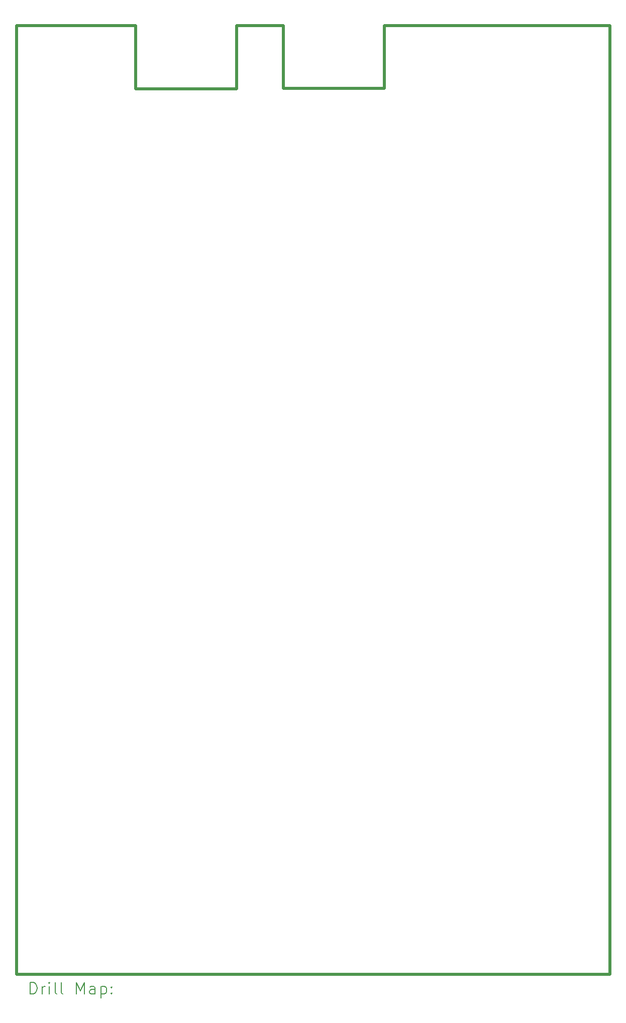
<source format=gbr>
%FSLAX45Y45*%
G04 Gerber Fmt 4.5, Leading zero omitted, Abs format (unit mm)*
G04 Created by KiCad (PCBNEW 6.0.1-79c1e3a40b~116~ubuntu20.04.1) date 2022-07-13 18:58:01*
%MOMM*%
%LPD*%
G01*
G04 APERTURE LIST*
%TA.AperFunction,Profile*%
%ADD10C,0.500000*%
%TD*%
%ADD11C,0.200000*%
G04 APERTURE END LIST*
D10*
X4195000Y-2100000D02*
X6205000Y-2100000D01*
X4195000Y-2100000D02*
X4195000Y-18100000D01*
X7905000Y-2100000D02*
X8695000Y-2100000D01*
X4195000Y-18100000D02*
X14195000Y-18100000D01*
X7905000Y-2100000D02*
X7905000Y-3170000D01*
X10395000Y-2100000D02*
X14195000Y-2100000D01*
X6205000Y-3170000D02*
X7905000Y-3170000D01*
X8695000Y-3160000D02*
X10395000Y-3160000D01*
X8695000Y-2100000D02*
X8695000Y-3160000D01*
X6205000Y-2100000D02*
X6205000Y-3170000D01*
X10395000Y-2100000D02*
X10395000Y-3160000D01*
X14195000Y-18100000D02*
X14195000Y-2100000D01*
D11*
X4427619Y-18435476D02*
X4427619Y-18235476D01*
X4475238Y-18235476D01*
X4503810Y-18245000D01*
X4522857Y-18264048D01*
X4532381Y-18283095D01*
X4541905Y-18321190D01*
X4541905Y-18349762D01*
X4532381Y-18387857D01*
X4522857Y-18406905D01*
X4503810Y-18425952D01*
X4475238Y-18435476D01*
X4427619Y-18435476D01*
X4627619Y-18435476D02*
X4627619Y-18302143D01*
X4627619Y-18340238D02*
X4637143Y-18321190D01*
X4646667Y-18311667D01*
X4665714Y-18302143D01*
X4684762Y-18302143D01*
X4751429Y-18435476D02*
X4751429Y-18302143D01*
X4751429Y-18235476D02*
X4741905Y-18245000D01*
X4751429Y-18254524D01*
X4760952Y-18245000D01*
X4751429Y-18235476D01*
X4751429Y-18254524D01*
X4875238Y-18435476D02*
X4856190Y-18425952D01*
X4846667Y-18406905D01*
X4846667Y-18235476D01*
X4980000Y-18435476D02*
X4960952Y-18425952D01*
X4951429Y-18406905D01*
X4951429Y-18235476D01*
X5208571Y-18435476D02*
X5208571Y-18235476D01*
X5275238Y-18378333D01*
X5341905Y-18235476D01*
X5341905Y-18435476D01*
X5522857Y-18435476D02*
X5522857Y-18330714D01*
X5513333Y-18311667D01*
X5494286Y-18302143D01*
X5456190Y-18302143D01*
X5437143Y-18311667D01*
X5522857Y-18425952D02*
X5503810Y-18435476D01*
X5456190Y-18435476D01*
X5437143Y-18425952D01*
X5427619Y-18406905D01*
X5427619Y-18387857D01*
X5437143Y-18368810D01*
X5456190Y-18359286D01*
X5503810Y-18359286D01*
X5522857Y-18349762D01*
X5618095Y-18302143D02*
X5618095Y-18502143D01*
X5618095Y-18311667D02*
X5637143Y-18302143D01*
X5675238Y-18302143D01*
X5694286Y-18311667D01*
X5703809Y-18321190D01*
X5713333Y-18340238D01*
X5713333Y-18397381D01*
X5703809Y-18416429D01*
X5694286Y-18425952D01*
X5675238Y-18435476D01*
X5637143Y-18435476D01*
X5618095Y-18425952D01*
X5799048Y-18416429D02*
X5808571Y-18425952D01*
X5799048Y-18435476D01*
X5789524Y-18425952D01*
X5799048Y-18416429D01*
X5799048Y-18435476D01*
X5799048Y-18311667D02*
X5808571Y-18321190D01*
X5799048Y-18330714D01*
X5789524Y-18321190D01*
X5799048Y-18311667D01*
X5799048Y-18330714D01*
M02*

</source>
